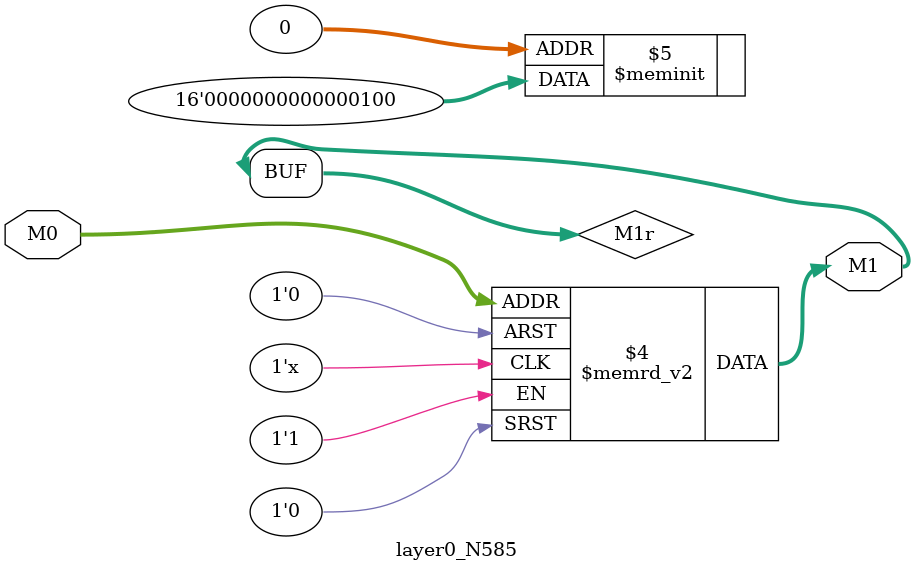
<source format=v>
module layer0_N585 ( input [2:0] M0, output [1:0] M1 );

	(*rom_style = "distributed" *) reg [1:0] M1r;
	assign M1 = M1r;
	always @ (M0) begin
		case (M0)
			3'b000: M1r = 2'b00;
			3'b100: M1r = 2'b00;
			3'b010: M1r = 2'b00;
			3'b110: M1r = 2'b00;
			3'b001: M1r = 2'b01;
			3'b101: M1r = 2'b00;
			3'b011: M1r = 2'b00;
			3'b111: M1r = 2'b00;

		endcase
	end
endmodule

</source>
